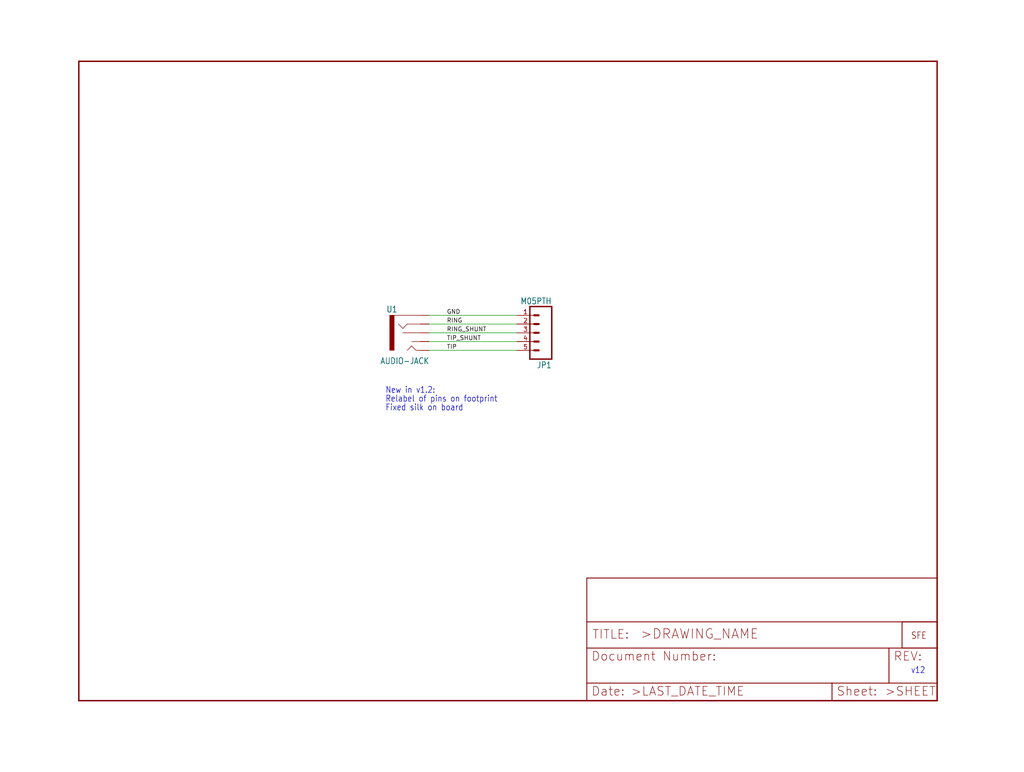
<source format=kicad_sch>
(kicad_sch (version 20211123) (generator eeschema)
  (paper "User" 297.002 223.926)
  (lib_symbols
    (symbol "eagleSchem-eagle-import:AUDIO-JACK2PTH"
      (property "Value" "AUDIO-JACK2PTH" (at -5.08 -7.62 0))
      (symbol "AUDIO-JACK2PTH_1_0"
        (rectangle (start -6.35 -5.08) (end -5.08 5.08) (fill (type outline)))
        (polyline (pts (xy -2.54 0) (xy 2.54 0)) (stroke (width 0.1524)))
        (polyline (pts (xy -2.54 1.27) (xy -3.81 2.54)) (stroke (width 0.1524)))
        (polyline (pts (xy -1.27 -5.08) (xy 0 -3.81)) (stroke (width 0.1524)))
        (polyline (pts (xy -1.27 2.54) (xy -2.54 1.27)) (stroke (width 0.1524)))
        (polyline (pts (xy 0 -3.81) (xy 1.27 -5.08)) (stroke (width 0.1524)))
        (polyline (pts (xy 0 -2.54) (xy 2.54 -2.54)) (stroke (width 0.1524)))
        (polyline (pts (xy 1.27 -5.08) (xy 2.54 -5.08)) (stroke (width 0.1524)))
        (polyline (pts (xy 2.54 2.54) (xy -1.27 2.54)) (stroke (width 0.1524)))
        (polyline (pts (xy 2.54 5.08) (xy -5.08 5.08)) (stroke (width 0.1524)))
        (pin bidirectional line (at 5.08 2.54 180) (length 2.54) (name "RING") (number "RING"))
        (pin bidirectional line (at 5.08 0 180) (length 2.54) (name "RSH") (number "RSH"))
        (pin bidirectional line (at 5.08 5.08 180) (length 2.54) (name "SLEEVE") (number "SLEEVE"))
        (pin bidirectional line (at 5.08 -5.08 180) (length 2.54) (name "TIP") (number "TIP"))
        (pin bidirectional line (at 5.08 -2.54 180) (length 2.54) (name "TSH") (number "TSH"))
      )
    )
    (symbol "eagleSchem-eagle-import:FRAME-LETTER"
      (symbol "FRAME-LETTER_1_0"
        (polyline (pts (xy 0 0) (xy 248.92 0)) (stroke (width 0.4064)))
        (polyline (pts (xy 0 185.42) (xy 0 0)) (stroke (width 0.4064)))
        (polyline (pts (xy 0 185.42) (xy 248.92 185.42)) (stroke (width 0.4064)))
        (polyline (pts (xy 248.92 185.42) (xy 248.92 0)) (stroke (width 0.4064)))
      )
      (symbol "FRAME-LETTER_2_0"
        (polyline (pts (xy 0 0) (xy 0 5.08)) (stroke (width 0.254)))
        (polyline (pts (xy 0 0) (xy 71.12 0)) (stroke (width 0.254)))
        (polyline (pts (xy 0 5.08) (xy 0 15.24)) (stroke (width 0.254)))
        (polyline (pts (xy 0 5.08) (xy 71.12 5.08)) (stroke (width 0.254)))
        (polyline (pts (xy 0 15.24) (xy 0 22.86)) (stroke (width 0.254)))
        (polyline (pts (xy 0 22.86) (xy 0 35.56)) (stroke (width 0.254)))
        (polyline (pts (xy 0 22.86) (xy 101.6 22.86)) (stroke (width 0.254)))
        (polyline (pts (xy 71.12 0) (xy 101.6 0)) (stroke (width 0.254)))
        (polyline (pts (xy 71.12 5.08) (xy 71.12 0)) (stroke (width 0.254)))
        (polyline (pts (xy 71.12 5.08) (xy 87.63 5.08)) (stroke (width 0.254)))
        (polyline (pts (xy 87.63 5.08) (xy 101.6 5.08)) (stroke (width 0.254)))
        (polyline (pts (xy 87.63 15.24) (xy 0 15.24)) (stroke (width 0.254)))
        (polyline (pts (xy 87.63 15.24) (xy 87.63 5.08)) (stroke (width 0.254)))
        (polyline (pts (xy 101.6 5.08) (xy 101.6 0)) (stroke (width 0.254)))
        (polyline (pts (xy 101.6 15.24) (xy 87.63 15.24)) (stroke (width 0.254)))
        (polyline (pts (xy 101.6 15.24) (xy 101.6 5.08)) (stroke (width 0.254)))
        (polyline (pts (xy 101.6 22.86) (xy 101.6 15.24)) (stroke (width 0.254)))
        (polyline (pts (xy 101.6 35.56) (xy 0 35.56)) (stroke (width 0.254)))
        (polyline (pts (xy 101.6 35.56) (xy 101.6 22.86)) (stroke (width 0.254)))
        (text ">DRAWING_NAME" (at 15.494 17.78 0) (effects (font (size 2.7432 2.7432)) (justify left bottom)))
        (text ">LAST_DATE_TIME" (at 12.7 1.27 0) (effects (font (size 2.54 2.54)) (justify left bottom)))
        (text ">SHEET" (at 86.36 1.27 0) (effects (font (size 2.54 2.54)) (justify left bottom)))
        (text "Date:" (at 1.27 1.27 0) (effects (font (size 2.54 2.54)) (justify left bottom)))
        (text "Document Number:" (at 1.27 11.43 0) (effects (font (size 2.54 2.54)) (justify left bottom)))
        (text "REV:" (at 88.9 11.43 0) (effects (font (size 2.54 2.54)) (justify left bottom)))
        (text "Sheet:" (at 72.39 1.27 0) (effects (font (size 2.54 2.54)) (justify left bottom)))
        (text "TITLE:" (at 1.524 17.78 0) (effects (font (size 2.54 2.54)) (justify left bottom)))
      )
    )
    (symbol "eagleSchem-eagle-import:LOGO-SFESK"
      (symbol "LOGO-SFESK_1_0"
        (polyline (pts (xy -2.54 -2.54) (xy 7.62 -2.54)) (stroke (width 0.254)))
        (polyline (pts (xy -2.54 5.08) (xy -2.54 -2.54)) (stroke (width 0.254)))
        (polyline (pts (xy 7.62 -2.54) (xy 7.62 5.08)) (stroke (width 0.254)))
        (polyline (pts (xy 7.62 5.08) (xy -2.54 5.08)) (stroke (width 0.254)))
        (text "SFE" (at 0 0 0) (effects (font (size 1.9304 1.6408)) (justify left bottom)))
      )
    )
    (symbol "eagleSchem-eagle-import:M05PTH"
      (property "Reference" "JP" (at -2.54 8.382 0))
      (property "Value" "M05PTH" (at -2.54 -10.16 0))
      (symbol "M05PTH_1_0"
        (polyline (pts (xy -2.54 7.62) (xy -2.54 -7.62)) (stroke (width 0.4064)))
        (polyline (pts (xy -2.54 7.62) (xy 3.81 7.62)) (stroke (width 0.4064)))
        (polyline (pts (xy 1.27 -5.08) (xy 2.54 -5.08)) (stroke (width 0.6096)))
        (polyline (pts (xy 1.27 -2.54) (xy 2.54 -2.54)) (stroke (width 0.6096)))
        (polyline (pts (xy 1.27 0) (xy 2.54 0)) (stroke (width 0.6096)))
        (polyline (pts (xy 1.27 2.54) (xy 2.54 2.54)) (stroke (width 0.6096)))
        (polyline (pts (xy 1.27 5.08) (xy 2.54 5.08)) (stroke (width 0.6096)))
        (polyline (pts (xy 3.81 -7.62) (xy -2.54 -7.62)) (stroke (width 0.4064)))
        (polyline (pts (xy 3.81 -7.62) (xy 3.81 7.62)) (stroke (width 0.4064)))
        (pin passive line (at 7.62 -5.08 180) (length 5.08) (name "1") (number "1"))
        (pin passive line (at 7.62 -2.54 180) (length 5.08) (name "2") (number "2"))
        (pin passive line (at 7.62 0 180) (length 5.08) (name "3") (number "3"))
        (pin passive line (at 7.62 2.54 180) (length 5.08) (name "4") (number "4"))
        (pin passive line (at 7.62 5.08 180) (length 5.08) (name "5") (number "5"))
      )
    )
  )
  (wire (pts (xy 124.46 93.98) (xy 149.86 93.98)))
  (wire (pts (xy 124.46 91.44) (xy 149.86 91.44)))
  (wire (pts (xy 124.46 101.6) (xy 149.86 101.6)))
  (wire (pts (xy 124.46 96.52) (xy 149.86 96.52)))
  (wire (pts (xy 124.46 99.06) (xy 149.86 99.06)))
  (text "Fixed silk on board" (at 111.76 119.38 180) (effects (font (size 1.778 1.5113)) (justify left bottom)))
  (text "Relabel of pins on footprint" (at 111.76 116.84 180) (effects (font (size 1.778 1.5113)) (justify left bottom)))
  (text "v12" (at 264.16 195.58 180) (effects (font (size 1.778 1.5113)) (justify left bottom)))
  (text "New in v1.2:" (at 111.76 114.3 180) (effects (font (size 1.778 1.5113)) (justify left bottom)))
  (label "TIP" (at 129.54 101.6 0) (effects (font (size 1.2446 1.2446))))
  (label "TIP_SHUNT" (at 129.54 99.06 0) (effects (font (size 1.2446 1.2446))))
  (label "GND" (at 129.54 91.44 0) (effects (font (size 1.2446 1.2446))))
  (label "RING" (at 129.54 93.98 0) (effects (font (size 1.2446 1.2446))))
  (label "RING_SHUNT" (at 129.54 96.52 0) (effects (font (size 1.2446 1.2446))))
  (symbol (lib_id "eagleSchem-eagle-import:AUDIO-JACK2PTH") (at 119.38 96.52 0) (unit 1)
    (property "Reference" "U1" (at 112.014 90.678 0) (effects (font (size 1.778 1.5113)) (justify left bottom)))
    (property "Value" "AUDIO-JACK" (at 110.236 105.664 0) (effects (font (size 1.778 1.5113)) (justify left bottom)))
    (property "Footprint" "eagleSchem:AUDIO-JACK" (effects hide))
  )
  (symbol (lib_id "eagleSchem-eagle-import:M05PTH") (at 157.48 96.52 180) (unit 1)
    (property "Reference" "JP1" (at 160.02 104.902 0) (effects (font (size 1.778 1.5113)) (justify left bottom)))
    (property "Value" "M05PTH" (at 160.02 86.36 0) (effects (font (size 1.778 1.5113)) (justify left bottom)))
    (property "Footprint" "eagleSchem:1X05" (effects hide))
  )
  (symbol (lib_id "eagleSchem-eagle-import:FRAME-LETTER") (at 22.86 203.2 0) (unit 1)
    (property "Reference" "#FRAME1" (effects hide))
    (property "Value" "FRAME-LETTER" (effects hide))
    (property "Footprint" "eagleSchem:" (effects hide))
  )
  (symbol (lib_id "eagleSchem-eagle-import:FRAME-LETTER") (at 170.18 203.2 0) (unit 2)
    (property "Reference" "#FRAME1" (effects hide))
    (property "Value" "FRAME-LETTER" (effects hide))
    (property "Footprint" "eagleSchem:" (effects hide))
  )
  (symbol (lib_id "eagleSchem-eagle-import:LOGO-SFESK") (at 264.16 185.42 0) (unit 1)
    (property "Reference" "U$1" (effects hide))
    (property "Value" "LOGO-SFESK" (effects hide))
    (property "Footprint" "eagleSchem:SFE-LOGO-FLAME" (effects hide))
  )
)
</source>
